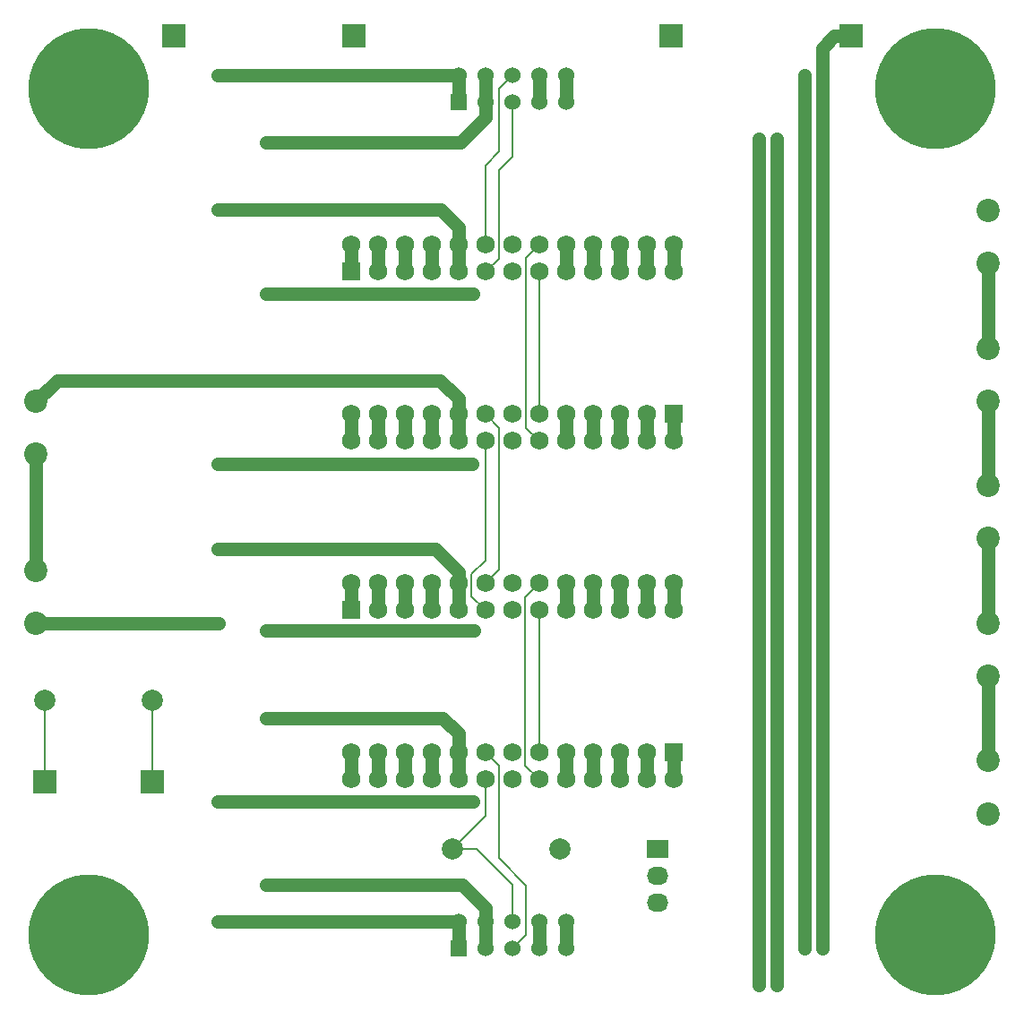
<source format=gtl>
%FSLAX34Y34*%
G04 Gerber Fmt 3.4, Leading zero omitted, Abs format*
G04 (created by PCBNEW (2014-02-21 BZR 4712)-product) date Tue 25 Feb 2014 10:03:02 PM PST*
%MOIN*%
G01*
G70*
G90*
G04 APERTURE LIST*
%ADD10C,0.005906*%
%ADD11R,0.080000X0.068000*%
%ADD12O,0.080000X0.068000*%
%ADD13C,0.086614*%
%ADD14R,0.060000X0.060000*%
%ADD15C,0.060000*%
%ADD16R,0.088000X0.088000*%
%ADD17C,0.450000*%
%ADD18R,0.068000X0.068000*%
%ADD19C,0.068000*%
%ADD20C,0.078700*%
%ADD21C,0.035000*%
%ADD22C,0.050000*%
%ADD23C,0.008000*%
G04 APERTURE END LIST*
G54D10*
G54D11*
X44775Y-51905D03*
G54D12*
X44775Y-52905D03*
X44775Y-53905D03*
G54D13*
X21653Y-41535D03*
X21653Y-43503D03*
X21653Y-35236D03*
X21653Y-37204D03*
X57086Y-30118D03*
X57086Y-28149D03*
X57086Y-35236D03*
X57086Y-33267D03*
X57086Y-40354D03*
X57086Y-38385D03*
X57086Y-45472D03*
X57086Y-43503D03*
X57086Y-50590D03*
X57086Y-48622D03*
G54D14*
X37370Y-24122D03*
G54D15*
X37370Y-23122D03*
X38370Y-24122D03*
X38370Y-23122D03*
X39370Y-24122D03*
X39370Y-23122D03*
X40370Y-24122D03*
X40370Y-23122D03*
X41370Y-24122D03*
X41370Y-23122D03*
G54D14*
X37370Y-55618D03*
G54D15*
X37370Y-54618D03*
X38370Y-55618D03*
X38370Y-54618D03*
X39370Y-55618D03*
X39370Y-54618D03*
X40370Y-55618D03*
X40370Y-54618D03*
X41370Y-55618D03*
X41370Y-54618D03*
G54D16*
X26771Y-21653D03*
X51968Y-21653D03*
X45275Y-21653D03*
X33464Y-21653D03*
G54D17*
X23622Y-23622D03*
X55118Y-23622D03*
X23622Y-55118D03*
X55118Y-55118D03*
G54D18*
X45370Y-48318D03*
G54D19*
X44370Y-48318D03*
X43370Y-48318D03*
X42370Y-48318D03*
X41370Y-48318D03*
X40370Y-48318D03*
X39370Y-48318D03*
X38370Y-48318D03*
X37370Y-48318D03*
X36370Y-48318D03*
X35370Y-48318D03*
X34370Y-48318D03*
X33370Y-48318D03*
X33370Y-49318D03*
X34370Y-49318D03*
X35370Y-49318D03*
X36370Y-49318D03*
X37370Y-49318D03*
X38370Y-49318D03*
X39370Y-49318D03*
X40370Y-49318D03*
X41370Y-49318D03*
X42370Y-49318D03*
X43370Y-49318D03*
X44370Y-49318D03*
X45370Y-49318D03*
G54D18*
X33370Y-43019D03*
G54D19*
X34370Y-43019D03*
X35370Y-43019D03*
X36370Y-43019D03*
X37370Y-43019D03*
X38370Y-43019D03*
X39370Y-43019D03*
X40370Y-43019D03*
X41370Y-43019D03*
X42370Y-43019D03*
X43370Y-43019D03*
X44370Y-43019D03*
X45370Y-43019D03*
X45370Y-42019D03*
X44370Y-42019D03*
X43370Y-42019D03*
X42370Y-42019D03*
X41370Y-42019D03*
X40370Y-42019D03*
X39370Y-42019D03*
X38370Y-42019D03*
X37370Y-42019D03*
X36370Y-42019D03*
X35370Y-42019D03*
X34370Y-42019D03*
X33370Y-42019D03*
G54D18*
X45370Y-35720D03*
G54D19*
X44370Y-35720D03*
X43370Y-35720D03*
X42370Y-35720D03*
X41370Y-35720D03*
X40370Y-35720D03*
X39370Y-35720D03*
X38370Y-35720D03*
X37370Y-35720D03*
X36370Y-35720D03*
X35370Y-35720D03*
X34370Y-35720D03*
X33370Y-35720D03*
X33370Y-36720D03*
X34370Y-36720D03*
X35370Y-36720D03*
X36370Y-36720D03*
X37370Y-36720D03*
X38370Y-36720D03*
X39370Y-36720D03*
X40370Y-36720D03*
X41370Y-36720D03*
X42370Y-36720D03*
X43370Y-36720D03*
X44370Y-36720D03*
X45370Y-36720D03*
G54D18*
X33370Y-30421D03*
G54D19*
X34370Y-30421D03*
X35370Y-30421D03*
X36370Y-30421D03*
X37370Y-30421D03*
X38370Y-30421D03*
X39370Y-30421D03*
X40370Y-30421D03*
X41370Y-30421D03*
X42370Y-30421D03*
X43370Y-30421D03*
X44370Y-30421D03*
X45370Y-30421D03*
X45370Y-29421D03*
X44370Y-29421D03*
X43370Y-29421D03*
X42370Y-29421D03*
X41370Y-29421D03*
X40370Y-29421D03*
X39370Y-29421D03*
X38370Y-29421D03*
X37370Y-29421D03*
X36370Y-29421D03*
X35370Y-29421D03*
X34370Y-29421D03*
X33370Y-29421D03*
G54D16*
X21988Y-49421D03*
X25988Y-49421D03*
G54D20*
X25992Y-46377D03*
X21992Y-46377D03*
X41134Y-51913D03*
X37134Y-51913D03*
G54D21*
X37948Y-43783D03*
X30208Y-31251D03*
X37905Y-31251D03*
X30208Y-43783D03*
X30220Y-47027D03*
X30208Y-53244D03*
X30208Y-25598D03*
X30208Y-34460D03*
X28425Y-37570D03*
X37874Y-37574D03*
X28425Y-54618D03*
X28425Y-28114D03*
X28425Y-23122D03*
X28425Y-40755D03*
X28433Y-43503D03*
X28425Y-50129D03*
X37921Y-50129D03*
X49216Y-50972D03*
X49216Y-47055D03*
X49216Y-43019D03*
X49216Y-42019D03*
X49216Y-38374D03*
X49212Y-34456D03*
X49216Y-30421D03*
X49216Y-29421D03*
X49216Y-56968D03*
X49216Y-25468D03*
X48551Y-50972D03*
X48551Y-38374D03*
X48551Y-56968D03*
X48551Y-25460D03*
X48551Y-34456D03*
X48551Y-47055D03*
X48547Y-29421D03*
X48551Y-30421D03*
X48551Y-43019D03*
X48551Y-42019D03*
X50917Y-49318D03*
X50917Y-48318D03*
X50917Y-44669D03*
X50917Y-40771D03*
X50917Y-36720D03*
X50917Y-35720D03*
X50917Y-32070D03*
X50917Y-28145D03*
X50913Y-23122D03*
X50917Y-55618D03*
X50251Y-44669D03*
X50251Y-32070D03*
X50248Y-55618D03*
X50248Y-23122D03*
X50251Y-40771D03*
X50251Y-28145D03*
X50248Y-49318D03*
X50251Y-48318D03*
X50248Y-36720D03*
X50251Y-35720D03*
G54D22*
X37948Y-43783D02*
X30208Y-43783D01*
X37370Y-47602D02*
X36795Y-47027D01*
X36795Y-47027D02*
X30220Y-47027D01*
X37370Y-48318D02*
X37370Y-47602D01*
X38370Y-54090D02*
X37523Y-53244D01*
X37523Y-53244D02*
X30208Y-53244D01*
X38370Y-54090D02*
X38370Y-54618D01*
X38370Y-24122D02*
X38370Y-24669D01*
X38370Y-24669D02*
X37440Y-25598D01*
X37440Y-25598D02*
X30208Y-25598D01*
X37370Y-35720D02*
X37370Y-35149D01*
X37370Y-35149D02*
X36681Y-34460D01*
X38370Y-55618D02*
X38370Y-54618D01*
X38370Y-24122D02*
X38370Y-23122D01*
X41370Y-30421D02*
X41370Y-29421D01*
X37370Y-36720D02*
X37370Y-35720D01*
X41370Y-43019D02*
X41370Y-42019D01*
X37370Y-49318D02*
X37370Y-48318D01*
X37905Y-31251D02*
X30208Y-31251D01*
X36681Y-34460D02*
X30208Y-34460D01*
X22429Y-34460D02*
X30208Y-34460D01*
X21653Y-35236D02*
X22429Y-34460D01*
X28429Y-37574D02*
X28425Y-37570D01*
X37874Y-37574D02*
X28429Y-37574D01*
X37370Y-54618D02*
X28425Y-54618D01*
X37370Y-29421D02*
X37370Y-28771D01*
X36712Y-28114D02*
X28425Y-28114D01*
X37370Y-28771D02*
X36712Y-28114D01*
X37370Y-23122D02*
X28425Y-23122D01*
X37370Y-42019D02*
X37370Y-41614D01*
X37370Y-41614D02*
X36511Y-40755D01*
X37370Y-54618D02*
X37370Y-55618D01*
X37370Y-24122D02*
X37370Y-23122D01*
X37370Y-30421D02*
X37370Y-29421D01*
X41370Y-36720D02*
X41370Y-35720D01*
X37370Y-43019D02*
X37370Y-42019D01*
X41370Y-49318D02*
X41370Y-48318D01*
X36511Y-40755D02*
X28425Y-40755D01*
X37921Y-50129D02*
X28425Y-50129D01*
X21653Y-43503D02*
X28433Y-43503D01*
X49212Y-34456D02*
X49216Y-34456D01*
X49216Y-56968D02*
X49216Y-50972D01*
X49216Y-50972D02*
X49216Y-47055D01*
X49216Y-47055D02*
X49216Y-43019D01*
X49216Y-43019D02*
X49216Y-42019D01*
X49216Y-42019D02*
X49216Y-38374D01*
X49216Y-38374D02*
X49216Y-34456D01*
X49216Y-34456D02*
X49216Y-30421D01*
X49216Y-30421D02*
X49216Y-29421D01*
X49216Y-29421D02*
X49216Y-25468D01*
X48551Y-50972D02*
X48551Y-56968D01*
X48551Y-29421D02*
X48551Y-25460D01*
X48547Y-29421D02*
X48551Y-29421D01*
X48551Y-30421D02*
X48551Y-29421D01*
X48551Y-43019D02*
X48551Y-43023D01*
X48551Y-30421D02*
X48551Y-34456D01*
X48551Y-34456D02*
X48551Y-37996D01*
X48551Y-37996D02*
X48551Y-38374D01*
X48551Y-38374D02*
X48551Y-42019D01*
X48551Y-50582D02*
X48551Y-50972D01*
X48551Y-47055D02*
X48551Y-50582D01*
X48551Y-43023D02*
X48551Y-47055D01*
X48551Y-42019D02*
X48551Y-43023D01*
X36370Y-48318D02*
X36370Y-49318D01*
X35370Y-48318D02*
X35370Y-49318D01*
X34370Y-48318D02*
X34370Y-49318D01*
X33370Y-48318D02*
X33370Y-49318D01*
X42370Y-42019D02*
X42370Y-43019D01*
X43370Y-42019D02*
X43370Y-43019D01*
X44370Y-42019D02*
X44370Y-43019D01*
X45370Y-42019D02*
X45370Y-43019D01*
X36370Y-35720D02*
X36370Y-36720D01*
X35370Y-35720D02*
X35370Y-36720D01*
X34370Y-35720D02*
X34370Y-36720D01*
X33370Y-35720D02*
X33370Y-36720D01*
X45370Y-29421D02*
X45370Y-30421D01*
X44370Y-29421D02*
X44370Y-30421D01*
X43370Y-29421D02*
X43370Y-30421D01*
X42370Y-29421D02*
X42370Y-30421D01*
X40370Y-24122D02*
X40370Y-23122D01*
X40370Y-54618D02*
X40370Y-55618D01*
X50913Y-23122D02*
X50917Y-23122D01*
X50917Y-55618D02*
X50917Y-49318D01*
X50917Y-49318D02*
X50917Y-48318D01*
X50917Y-48318D02*
X50917Y-44669D01*
X50917Y-44669D02*
X50917Y-40771D01*
X50917Y-40771D02*
X50917Y-36720D01*
X50917Y-36720D02*
X50917Y-35720D01*
X50917Y-35720D02*
X50917Y-32070D01*
X50917Y-32070D02*
X50917Y-28145D01*
X50917Y-28145D02*
X50917Y-23122D01*
X51362Y-21653D02*
X51968Y-21653D01*
X50917Y-23122D02*
X50917Y-22098D01*
X50917Y-22098D02*
X51362Y-21653D01*
X50248Y-49318D02*
X50248Y-55618D01*
X50248Y-23122D02*
X50251Y-23122D01*
X50248Y-49318D02*
X50251Y-49318D01*
X50248Y-36720D02*
X50251Y-36720D01*
X50251Y-35720D02*
X50251Y-36720D01*
X50251Y-36720D02*
X50251Y-40771D01*
X50251Y-40771D02*
X50251Y-44287D01*
X50251Y-44287D02*
X50251Y-44669D01*
X50251Y-44669D02*
X50251Y-48318D01*
X50251Y-48318D02*
X50251Y-49318D01*
X50251Y-28145D02*
X50251Y-23122D01*
X50251Y-35720D02*
X50251Y-32070D01*
X50251Y-32070D02*
X50251Y-31681D01*
X50251Y-31681D02*
X50251Y-28145D01*
X45370Y-48318D02*
X45370Y-49318D01*
X44370Y-48318D02*
X44370Y-49318D01*
X43370Y-48318D02*
X43370Y-49318D01*
X42370Y-48318D02*
X42370Y-49318D01*
X33370Y-42019D02*
X33370Y-43019D01*
X34370Y-42019D02*
X34370Y-43019D01*
X35370Y-42019D02*
X35370Y-43019D01*
X36370Y-42019D02*
X36370Y-43019D01*
X45370Y-35720D02*
X45370Y-36720D01*
X44370Y-35720D02*
X44370Y-36720D01*
X43370Y-35720D02*
X43370Y-36720D01*
X42370Y-35720D02*
X42370Y-36720D01*
X33370Y-29421D02*
X33370Y-30421D01*
X34370Y-29421D02*
X34370Y-30421D01*
X35370Y-29421D02*
X35370Y-30421D01*
X36370Y-30421D02*
X36370Y-29421D01*
X41370Y-55618D02*
X41370Y-54618D01*
X41370Y-24122D02*
X41370Y-23122D01*
G54D23*
X39370Y-55618D02*
X39885Y-55102D01*
X38866Y-48814D02*
X38370Y-48318D01*
X38866Y-52244D02*
X38866Y-48814D01*
X39885Y-53263D02*
X38866Y-52244D01*
X39885Y-55102D02*
X39885Y-53263D01*
G54D22*
X21653Y-37204D02*
X21653Y-41535D01*
G54D23*
X40370Y-30421D02*
X40370Y-35720D01*
X40370Y-29421D02*
X39885Y-29905D01*
X39885Y-29905D02*
X39885Y-36236D01*
X39885Y-36236D02*
X40370Y-36720D01*
X38370Y-42019D02*
X38881Y-41507D01*
X38881Y-41507D02*
X38881Y-36232D01*
X38881Y-36232D02*
X38370Y-35720D01*
X38370Y-36720D02*
X38370Y-41161D01*
X38370Y-41161D02*
X37846Y-41685D01*
X37846Y-41685D02*
X37846Y-42496D01*
X37846Y-42496D02*
X38370Y-43019D01*
X40370Y-43019D02*
X40370Y-48318D01*
X40370Y-49318D02*
X39854Y-48803D01*
X39854Y-42535D02*
X40370Y-42019D01*
X39854Y-48803D02*
X39854Y-42535D01*
X37134Y-51913D02*
X38051Y-51913D01*
X39370Y-53232D02*
X39370Y-54618D01*
X38051Y-51913D02*
X39370Y-53232D01*
X38370Y-49318D02*
X38370Y-50677D01*
X38370Y-50677D02*
X37134Y-51913D01*
G54D22*
X57086Y-30118D02*
X57086Y-33267D01*
X57086Y-35236D02*
X57086Y-38385D01*
X57086Y-40354D02*
X57086Y-43503D01*
X57086Y-45472D02*
X57086Y-48622D01*
G54D23*
X38370Y-30421D02*
X38866Y-29925D01*
X38866Y-29925D02*
X38866Y-26653D01*
X38866Y-26653D02*
X39370Y-26149D01*
X39370Y-26149D02*
X39370Y-24122D01*
X38370Y-29421D02*
X38370Y-26460D01*
X38370Y-26460D02*
X38893Y-25937D01*
X38893Y-25937D02*
X38893Y-23598D01*
X38893Y-23598D02*
X39370Y-23122D01*
X25988Y-49421D02*
X25988Y-46382D01*
X25988Y-46382D02*
X25992Y-46377D01*
X21988Y-49421D02*
X21988Y-46382D01*
X21988Y-46382D02*
X21992Y-46377D01*
M02*

</source>
